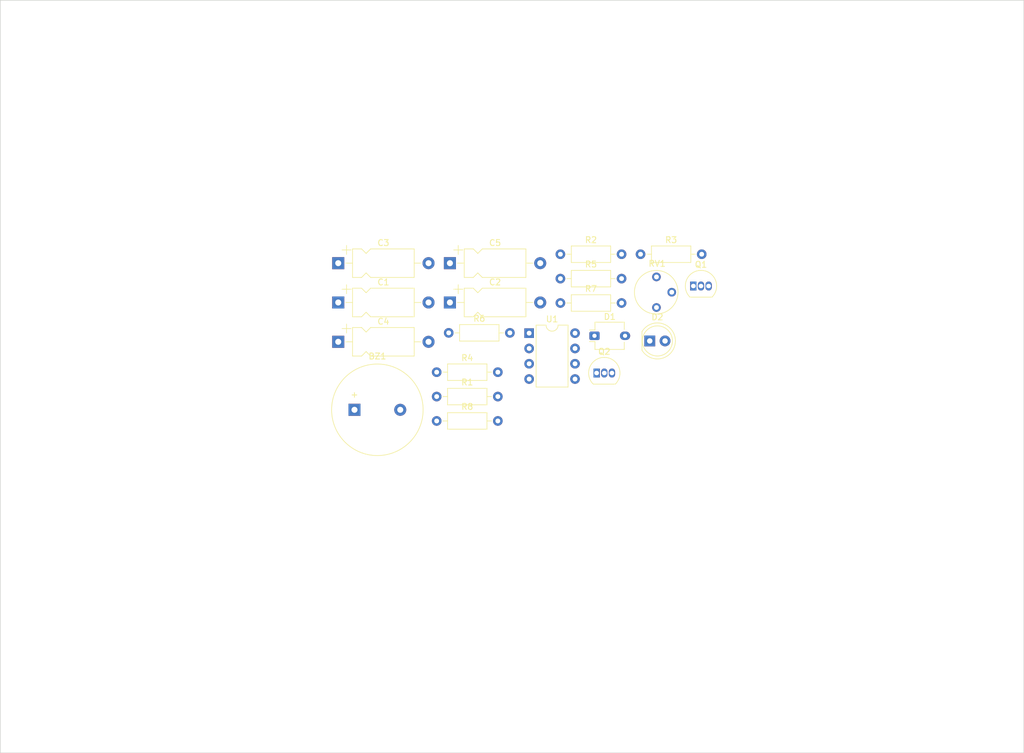
<source format=kicad_pcb>
(kicad_pcb (version 20211014) (generator pcbnew)
  (title_block (title "gammaray2usb") (date "2021-12-27") (rev "0.2x") (company "Fort Sand, Inc."))
  (layers (0 "F.Cu" signal) (31 "B.Cu" signal) (34 "B.Paste" user) (35 "F.Paste" user) (36 "B.SilkS" user "B.Silkscreen") (37 "F.SilkS" user "F.Silkscreen") (38 "B.Mask" user) (39 "F.Mask" user) (44 "Edge.Cuts" user))
  (net 0 "")
  (net 1 "Net-(BZ1-Pad1)")
  (net 2 "GND")
  (net 3 "Net-(C1-Pad1)")
  (net 4 "Net-(C2-Pad1)")
  (net 5 "+9V")
  (net 6 "Net-(C4-Pad1)")
  (net 7 "Net-(C5-Pad1)")
  (net 8 "Net-(D1-Pad2)")
  (net 9 "Net-(D2-Pad2)")
  (net 10 "Net-(Q1-Pad3)")
  (net 11 "Net-(Q2-Pad1)")
  (net 12 "Net-(R5-Pad1)")
  (net 13 "Net-(R6-Pad2)")
  (net 14 "Net-(R7-Pad1)")
  (net 15 "GNDREF")
  (footprint "Potentiometer_THT:Potentiometer_Vishay_T7-YA_Single_Vertical" (layer "F.Cu") (at 178.98379 86.02563)
    (fp_text reference "RV1" (at 0.11 -7.29) (layer "F.SilkS"))
    (fp_text value "250kΩ")
    (fp_circle (center -0.041 -2.54) (end 3.579 -2.54) (layer "F.SilkS") (width 0.12) (fill none))
    (pad "1" thru_hole circle locked (at 0 0) (size 1.44 1.44) (drill 0.8) (layers *.Cu *.Mask) (net 5 "+9V"))
    (pad "2" thru_hole circle locked (at 2.54 -2.54) (size 1.44 1.44) (drill 0.8) (layers *.Cu *.Mask) (net 14 "Net-(R7-Pad1)"))
    (pad "3" thru_hole circle locked (at 0 -5.08) (size 1.44 1.44) (drill 0.8) (layers *.Cu *.Mask) (net 2 "GND"))
  )
  (footprint "Resistor_THT:R_Axial_DIN0207_L6.3mm_D2.5mm_P10.16mm_Horizontal" (layer "F.Cu") (at 163.02779 77.17563)
    (fp_text reference "R2" (at 5.08 -2.37) (layer "F.SilkS"))
    (fp_text value "1.5M")
    (fp_line (start 9.12 0) (end 8.35 0) (layer "F.SilkS") (width 0.12))
    (fp_line (start 1.81 1.37) (end 8.35 1.37) (layer "F.SilkS") (width 0.12))
    (fp_line (start 1.81 -1.37) (end 1.81 1.37) (layer "F.SilkS") (width 0.12))
    (fp_line (start 1.04 0) (end 1.81 0) (layer "F.SilkS") (width 0.12))
    (fp_line (start 8.35 1.37) (end 8.35 -1.37) (layer "F.SilkS") (width 0.12))
    (fp_line (start 8.35 -1.37) (end 1.81 -1.37) (layer "F.SilkS") (width 0.12))
    (pad "1" thru_hole circle locked (at 0 0) (size 1.6 1.6) (drill 0.8) (layers *.Cu *.Mask) (net 3 "Net-(C1-Pad1)"))
    (pad "2" thru_hole oval locked (at 10.16 0) (size 1.6 1.6) (drill 0.8) (layers *.Cu *.Mask) (net 11 "Net-(Q2-Pad1)"))
  )
  (footprint "Resistor_THT:R_Axial_DIN0207_L6.3mm_D2.5mm_P10.16mm_Horizontal" (layer "F.Cu") (at 163.02779 81.22563)
    (fp_text reference "R5" (at 5.08 -2.37) (layer "F.SilkS"))
    (fp_text value "1k")
    (fp_line (start 9.12 0) (end 8.35 0) (layer "F.SilkS") (width 0.12))
    (fp_line (start 1.04 0) (end 1.81 0) (layer "F.SilkS") (width 0.12))
    (fp_line (start 1.81 1.37) (end 8.35 1.37) (layer "F.SilkS") (width 0.12))
    (fp_line (start 8.35 1.37) (end 8.35 -1.37) (layer "F.SilkS") (width 0.12))
    (fp_line (start 8.35 -1.37) (end 1.81 -1.37) (layer "F.SilkS") (width 0.12))
    (fp_line (start 1.81 -1.37) (end 1.81 1.37) (layer "F.SilkS") (width 0.12))
    (pad "1" thru_hole circle locked (at 0 0) (size 1.6 1.6) (drill 0.8) (layers *.Cu *.Mask) (net 12 "Net-(R5-Pad1)"))
    (pad "2" thru_hole oval locked (at 10.16 0) (size 1.6 1.6) (drill 0.8) (layers *.Cu *.Mask) (net 6 "Net-(C4-Pad1)"))
  )
  (footprint "Resistor_THT:R_Axial_DIN0207_L6.3mm_D2.5mm_P10.16mm_Horizontal" (layer "F.Cu") (at 142.47779 104.86563)
    (fp_text reference "R8" (at 5.08 -2.37) (layer "F.SilkS"))
    (fp_text value "1k")
    (fp_line (start 1.81 1.37) (end 8.35 1.37) (layer "F.SilkS") (width 0.12))
    (fp_line (start 1.81 -1.37) (end 1.81 1.37) (layer "F.SilkS") (width 0.12))
    (fp_line (start 8.35 -1.37) (end 1.81 -1.37) (layer "F.SilkS") (width 0.12))
    (fp_line (start 1.04 0) (end 1.81 0) (layer "F.SilkS") (width 0.12))
    (fp_line (start 8.35 1.37) (end 8.35 -1.37) (layer "F.SilkS") (width 0.12))
    (fp_line (start 9.12 0) (end 8.35 0) (layer "F.SilkS") (width 0.12))
    (pad "1" thru_hole circle locked (at 0 0) (size 1.6 1.6) (drill 0.8) (layers *.Cu *.Mask) (net 9 "Net-(D2-Pad2)"))
    (pad "2" thru_hole oval locked (at 10.16 0) (size 1.6 1.6) (drill 0.8) (layers *.Cu *.Mask) (net 1 "Net-(BZ1-Pad1)"))
  )
  (footprint "Capacitor_THT:CP_Axial_L10.0mm_D4.5mm_P15.00mm_Horizontal" (layer "F.Cu") (at 126.12779 85.19063)
    (fp_text reference "C1" (at 7.5 -3.37) (layer "F.SilkS"))
    (fp_text value "0.1µF")
    (fp_line (start 13.76 0) (end 12.62 0) (layer "F.SilkS") (width 0.12))
    (fp_line (start 2.38 2.37) (end 3.88 2.37) (layer "F.SilkS") (width 0.12))
    (fp_line (start 1.24 0) (end 2.38 0) (layer "F.SilkS") (width 0.12))
    (fp_line (start 3.88 2.37) (end 4.63 1.62) (layer "F.SilkS") (width 0.12))
    (fp_line (start 1.38 -2.95) (end 1.38 -1.45) (layer "F.SilkS") (width 0.12))
    (fp_line (start 5.38 -2.37) (end 12.62 -2.37) (layer "F.SilkS") (width 0.12))
    (fp_line (start 2.38 -2.37) (end 3.88 -2.37) (layer "F.SilkS") (width 0.12))
    (fp_line (start 2.38 -2.37) (end 2.38 2.37) (layer "F.SilkS") (width 0.12))
    (fp_line (start 4.63 1.62) (end 5.38 2.37) (layer "F.SilkS") (width 0.12))
    (fp_line (start 0.63 -2.2) (end 2.13 -2.2) (layer "F.SilkS") (width 0.12))
    (fp_line (start 3.88 -2.37) (end 4.63 -1.62) (layer "F.SilkS") (width 0.12))
    (fp_line (start 4.63 -1.62) (end 5.38 -2.37) (layer "F.SilkS") (width 0.12))
    (fp_line (start 12.62 -2.37) (end 12.62 2.37) (layer "F.SilkS") (width 0.12))
    (fp_line (start 5.38 2.37) (end 12.62 2.37) (layer "F.SilkS") (width 0.12))
    (pad "1" thru_hole rect locked (at 0 0) (size 2 2) (drill 1) (layers *.Cu *.Mask) (net 3 "Net-(C1-Pad1)"))
    (pad "2" thru_hole oval locked (at 15 0) (size 2 2) (drill 1) (layers *.Cu *.Mask) (net 2 "GND"))
  )
  (footprint "Resistor_THT:R_Axial_DIN0207_L6.3mm_D2.5mm_P10.16mm_Horizontal" (layer "F.Cu") (at 176.33779 77.17563)
    (fp_text reference "R3" (at 5.08 -2.37) (layer "F.SilkS"))
    (fp_text value "56k")
    (fp_line (start 8.35 -1.37) (end 1.81 -1.37) (layer "F.SilkS") (width 0.12))
    (fp_line (start 1.81 1.37) (end 8.35 1.37) (layer "F.SilkS") (width 0.12))
    (fp_line (start 8.35 1.37) (end 8.35 -1.37) (layer "F.SilkS") (width 0.12))
    (fp_line (start 1.04 0) (end 1.81 0) (layer "F.SilkS") (width 0.12))
    (fp_line (start 9.12 0) (end 8.35 0) (layer "F.SilkS") (width 0.12))
    (fp_line (start 1.81 -1.37) (end 1.81 1.37) (layer "F.SilkS") (width 0.12))
    (pad "1" thru_hole circle locked (at 0 0) (size 1.6 1.6) (drill 0.8) (layers *.Cu *.Mask) (net 11 "Net-(Q2-Pad1)"))
    (pad "2" thru_hole oval locked (at 10.16 0) (size 1.6 1.6) (drill 0.8) (layers *.Cu *.Mask) (net 10 "Net-(Q1-Pad3)"))
  )
  (footprint "Resistor_THT:R_Axial_DIN0207_L6.3mm_D2.5mm_P10.16mm_Horizontal" (layer "F.Cu") (at 144.47779 90.23563)
    (fp_text reference "R6" (at 5.08 -2.37) (layer "F.SilkS"))
    (fp_text value "1.5M")
    (fp_line (start 1.81 1.37) (end 8.35 1.37) (layer "F.SilkS") (width 0.12))
    (fp_line (start 8.35 -1.37) (end 1.81 -1.37) (layer "F.SilkS") (width 0.12))
    (fp_line (start 9.12 0) (end 8.35 0) (layer "F.SilkS") (width 0.12))
    (fp_line (start 1.81 -1.37) (end 1.81 1.37) (layer "F.SilkS") (width 0.12))
    (fp_line (start 8.35 1.37) (end 8.35 -1.37) (layer "F.SilkS") (width 0.12))
    (fp_line (start 1.04 0) (end 1.81 0) (layer "F.SilkS") (width 0.12))
    (pad "1" thru_hole circle locked (at 0 0) (size 1.6 1.6) (drill 0.8) (layers *.Cu *.Mask) (net 12 "Net-(R5-Pad1)"))
    (pad "2" thru_hole oval locked (at 10.16 0) (size 1.6 1.6) (drill 0.8) (layers *.Cu *.Mask) (net 13 "Net-(R6-Pad2)"))
  )
  (footprint "Package_TO_SOT_THT:TO-92_Inline" (layer "F.Cu") (at 185.10779 82.45563)
    (fp_text reference "Q1" (at 1.27 -3.56) (layer "F.SilkS"))
    (fp_text value "2N7000")
    (fp_line (start -0.53 1.85) (end 3.07 1.85) (layer "F.SilkS") (width 0.12))
    (fp_arc (start 1.27 -2.6) (mid 3.672087 -0.994977) (end 3.108478 1.838478) (layer "F.SilkS") (width 0.12))
    (fp_arc (start -0.568478 1.838478) (mid -1.132087 -0.994977) (end 1.27 -2.6) (layer "F.SilkS") (width 0.12))
    (pad "1" thru_hole rect locked (at 0 0) (size 1.05 1.5) (drill 0.75) (layers *.Cu *.Mask) (net 2 "GND"))
    (pad "2" thru_hole oval locked (at 1.27 0) (size 1.05 1.5) (drill 0.75) (layers *.Cu *.Mask) (net 8 "Net-(D1-Pad2)"))
    (pad "3" thru_hole oval locked (at 2.54 0) (size 1.05 1.5) (drill 0.75) (layers *.Cu *.Mask) (net 10 "Net-(Q1-Pad3)"))
  )
  (footprint "Package_DIP:DIP-8_W7.62mm" (layer "F.Cu") (at 157.83779 90.28563)
    (fp_text reference "U1" (at 3.81 -2.33) (layer "F.SilkS"))
    (fp_text value "LM358")
    (fp_line (start 6.46 -1.33) (end 4.81 -1.33) (layer "F.SilkS") (width 0.12))
    (fp_line (start 2.81 -1.33) (end 1.16 -1.33) (layer "F.SilkS") (width 0.12))
    (fp_line (start 1.16 8.95) (end 6.46 8.95) (layer "F.SilkS") (width 0.12))
    (fp_line (start 1.16 -1.33) (end 1.16 8.95) (layer "F.SilkS") (width 0.12))
    (fp_line (start 6.46 8.95) (end 6.46 -1.33) (layer "F.SilkS") (width 0.12))
    (fp_arc (start 4.81 -1.33) (mid 3.81 -0.33) (end 2.81 -1.33) (layer "F.SilkS") (width 0.12))
    (pad "1" thru_hole rect locked (at 0 0) (size 1.6 1.6) (drill 0.8) (layers *.Cu *.Mask) (net 13 "Net-(R6-Pad2)"))
    (pad "2" thru_hole oval locked (at 0 2.54) (size 1.6 1.6) (drill 0.8) (layers *.Cu *.Mask) (net 12 "Net-(R5-Pad1)"))
    (pad "3" thru_hole oval locked (at 0 5.08) (size 1.6 1.6) (drill 0.8) (layers *.Cu *.Mask) (net 10 "Net-(Q1-Pad3)"))
    (pad "4" thru_hole oval locked (at 0 7.62) (size 1.6 1.6) (drill 0.8) (layers *.Cu *.Mask) (net 15 "GNDREF"))
    (pad "5" thru_hole oval locked (at 7.62 7.62) (size 1.6 1.6) (drill 0.8) (layers *.Cu *.Mask) (net 7 "Net-(C5-Pad1)"))
    (pad "6" thru_hole oval locked (at 7.62 5.08) (size 1.6 1.6) (drill 0.8) (layers *.Cu *.Mask) (net 13 "Net-(R6-Pad2)"))
    (pad "7" thru_hole oval locked (at 7.62 2.54) (size 1.6 1.6) (drill 0.8) (layers *.Cu *.Mask) (net 1 "Net-(BZ1-Pad1)"))
    (pad "8" thru_hole oval locked (at 7.62 0) (size 1.6 1.6) (drill 0.8) (layers *.Cu *.Mask) (net 5 "+9V"))
  )
  (footprint "Resistor_THT:R_Axial_DIN0207_L6.3mm_D2.5mm_P10.16mm_Horizontal" (layer "F.Cu") (at 142.47779 100.81563)
    (fp_text reference "R1" (at 5.08 -2.37) (layer "F.SilkS"))
    (fp_text value "10M")
    (fp_line (start 9.12 0) (end 8.35 0) (layer "F.SilkS") (width 0.12))
    (fp_line (start 8.35 -1.37) (end 1.81 -1.37) (layer "F.SilkS") (width 0.12))
    (fp_line (start 8.35 1.37) (end 8.35 -1.37) (layer "F.SilkS") (width 0.12))
    (fp_line (start 1.81 -1.37) (end 1.81 1.37) (layer "F.SilkS") (width 0.12))
    (fp_line (start 1.04 0) (end 1.81 0) (layer "F.SilkS") (width 0.12))
    (fp_line (start 1.81 1.37) (end 8.35 1.37) (layer "F.SilkS") (width 0.12))
    (pad "1" thru_hole circle locked (at 0 0) (size 1.6 1.6) (drill 0.8) (layers *.Cu *.Mask) (net 8 "Net-(D1-Pad2)"))
    (pad "2" thru_hole oval locked (at 10.16 0) (size 1.6 1.6) (drill 0.8) (layers *.Cu *.Mask) (net 2 "GND"))
  )
  (footprint "Resistor_THT:R_Axial_DIN0207_L6.3mm_D2.5mm_P10.16mm_Horizontal" (layer "F.Cu") (at 163.02779 85.27563)
    (fp_text reference "R7" (at 5.08 -2.37) (layer "F.SilkS"))
    (fp_text value "1k")
    (fp_line (start 8.35 -1.37) (end 1.81 -1.37) (layer "F.SilkS") (width 0.12))
    (fp_line (start 9.12 0) (end 8.35 0) (layer "F.SilkS") (width 0.12))
    (fp_line (start 1.81 -1.37) (end 1.81 1.37) (layer "F.SilkS") (width 0.12))
    (fp_line (start 8.35 1.37) (end 8.35 -1.37) (layer "F.SilkS") (width 0.12))
    (fp_line (start 1.81 1.37) (end 8.35 1.37) (layer "F.SilkS") (width 0.12))
    (fp_line (start 1.04 0) (end 1.81 0) (layer "F.SilkS") (width 0.12))
    (pad "1" thru_hole circle locked (at 0 0) (size 1.6 1.6) (drill 0.8) (layers *.Cu *.Mask) (net 14 "Net-(R7-Pad1)"))
    (pad "2" thru_hole oval locked (at 10.16 0) (size 1.6 1.6) (drill 0.8) (layers *.Cu *.Mask) (net 7 "Net-(C5-Pad1)"))
  )
  (footprint "Buzzer_Beeper:Buzzer_15x7.5RM7.6" (layer "F.Cu") (at 128.82779 103.01563)
    (fp_text reference "BZ1" (at 3.81 -8.89) (layer "F.SilkS"))
    (fp_text value "Buzzer")
    (fp_text user "+" (at -0.01 -2.54) (layer "F.SilkS"))
    (fp_circle (center 3.8 0) (end 11.4 0) (layer "F.SilkS") (width 0.12) (fill none))
    (pad "1" thru_hole rect locked (at 0 0) (size 2 2) (drill 1) (layers *.Cu *.Mask) (net 1 "Net-(BZ1-Pad1)"))
    (pad "2" thru_hole circle locked (at 7.6 0) (size 2 2) (drill 1) (layers *.Cu *.Mask) (net 2 "GND"))
  )
  (footprint "Capacitor_THT:CP_Axial_L10.0mm_D4.5mm_P15.00mm_Horizontal" (layer "F.Cu") (at 144.67779 78.66063)
    (fp_text reference "C5" (at 7.5 -3.37) (layer "F.SilkS"))
    (fp_text value "0.01µF")
    (fp_line (start 1.38 -2.95) (end 1.38 -1.45) (layer "F.SilkS") (width 0.12))
    (fp_line (start 4.63 1.62) (end 5.38 2.37) (layer "F.SilkS") (width 0.12))
    (fp_line (start 3.88 2.37) (end 4.63 1.62) (layer "F.SilkS") (width 0.12))
    (fp_line (start 12.62 -2.37) (end 12.62 2.37) (layer "F.SilkS") (width 0.12))
    (fp_line (start 4.63 -1.62) (end 5.38 -2.37) (layer "F.SilkS") (width 0.12))
    (fp_line (start 2.38 -2.37) (end 3.88 -2.37) (layer "F.SilkS") (width 0.12))
    (fp_line (start 1.24 0) (end 2.38 0) (layer "F.SilkS") (width 0.12))
    (fp_line (start 13.76 0) (end 12.62 0) (layer "F.SilkS") (width 0.12))
    (fp_line (start 5.38 2.37) (end 12.62 2.37) (layer "F.SilkS") (width 0.12))
    (fp_line (start 2.38 -2.37) (end 2.38 2.37) (layer "F.SilkS") (width 0.12))
    (fp_line (start 2.38 2.37) (end 3.88 2.37) (layer "F.SilkS") (width 0.12))
    (fp_line (start 5.38 -2.37) (end 12.62 -2.37) (layer "F.SilkS") (width 0.12))
    (fp_line (start 0.63 -2.2) (end 2.13 -2.2) (layer "F.SilkS") (width 0.12))
    (fp_line (start 3.88 -2.37) (end 4.63 -1.62) (layer "F.SilkS") (width 0.12))
    (pad "1" thru_hole rect locked (at 0 0) (size 2 2) (drill 1) (layers *.Cu *.Mask) (net 7 "Net-(C5-Pad1)"))
    (pad "2" thru_hole oval locked (at 15 0) (size 2 2) (drill 1) (layers *.Cu *.Mask) (net 1 "Net-(BZ1-Pad1)"))
  )
  (footprint "Capacitor_THT:CP_Axial_L10.0mm_D4.5mm_P15.00mm_Horizontal" (layer "F.Cu") (at 126.12779 91.72063)
    (fp_text reference "C4" (at 7.5 -3.37) (layer "F.SilkS"))
    (fp_text value "20nF")
    (fp_line (start 12.62 -2.37) (end 12.62 2.37) (layer "F.SilkS") (width 0.12))
    (fp_line (start 3.88 2.37) (end 4.63 1.62) (layer "F.SilkS") (width 0.12))
    (fp_line (start 0.63 -2.2) (end 2.13 -2.2) (layer "F.SilkS") (width 0.12))
    (fp_line (start 4.63 1.62) (end 5.38 2.37) (layer "F.SilkS") (width 0.12))
    (fp_line (start 2.38 -2.37) (end 2.38 2.37) (layer "F.SilkS") (width 0.12))
    (fp_line (start 13.76 0) (end 12.62 0) (layer "F.SilkS") (width 0.12))
    (fp_line (start 5.38 2.37) (end 12.62 2.37) (layer "F.SilkS") (width 0.12))
    (fp_line (start 3.88 -2.37) (end 4.63 -1.62) (layer "F.SilkS") (width 0.12))
    (fp_line (start 2.38 -2.37) (end 3.88 -2.37) (layer "F.SilkS") (width 0.12))
    (fp_line (start 4.63 -1.62) (end 5.38 -2.37) (layer "F.SilkS") (width 0.12))
    (fp_line (start 2.38 2.37) (end 3.88 2.37) (layer "F.SilkS") (width 0.12))
    (fp_line (start 1.38 -2.95) (end 1.38 -1.45) (layer "F.SilkS") (width 0.12))
    (fp_line (start 1.24 0) (end 2.38 0) (layer "F.SilkS") (width 0.12))
    (fp_line (start 5.38 -2.37) (end 12.62 -2.37) (layer "F.SilkS") (width 0.12))
    (pad "1" thru_hole rect locked (at 0 0) (size 2 2) (drill 1) (layers *.Cu *.Mask) (net 6 "Net-(C4-Pad1)"))
    (pad "2" thru_hole oval locked (at 15 0) (size 2 2) (drill 1) (layers *.Cu *.Mask) (net 2 "GND"))
  )
  (footprint "Capacitor_THT:CP_Axial_L10.0mm_D4.5mm_P15.00mm_Horizontal" (layer "F.Cu") (at 126.12779 78.66063)
    (fp_text reference "C3" (at 7.5 -3.37) (layer "F.SilkS"))
    (fp_text value "0.1µF")
    (fp_line (start 1.24 0) (end 2.38 0) (layer "F.SilkS") (width 0.12))
    (fp_line (start 4.63 1.62) (end 5.38 2.37) (layer "F.SilkS") (width 0.12))
    (fp_line (start 12.62 -2.37) (end 12.62 2.37) (layer "F.SilkS") (width 0.12))
    (fp_line (start 3.88 2.37) (end 4.63 1.62) (layer "F.SilkS") (width 0.12))
    (fp_line (start 1.38 -2.95) (end 1.38 -1.45) (layer "F.SilkS") (width 0.12))
    (fp_line (start 13.76 0) (end 12.62 0) (layer "F.SilkS") (width 0.12))
    (fp_line (start 5.38 2.37) (end 12.62 2.37) (layer "F.SilkS") (width 0.12))
    (fp_line (start 2.38 2.37) (end 3.88 2.37) (layer "F.SilkS") (width 0.12))
    (fp_line (start 2.38 -2.37) (end 3.88 -2.37) (layer "F.SilkS") (width 0.12))
    (fp_line (start 4.63 -1.62) (end 5.38 -2.37) (layer "F.SilkS") (width 0.12))
    (fp_line (start 5.38 -2.37) (end 12.62 -2.37) (layer "F.SilkS") (width 0.12))
    (fp_line (start 0.63 -2.2) (end 2.13 -2.2) (layer "F.SilkS") (width 0.12))
    (fp_line (start 3.88 -2.37) (end 4.63 -1.62) (layer "F.SilkS") (width 0.12))
    (fp_line (start 2.38 -2.37) (end 2.38 2.37) (layer "F.SilkS") (width 0.12))
    (pad "1" thru_hole rect locked (at 0 0) (size 2 2) (drill 1) (layers *.Cu *.Mask) (net 5 "+9V"))
    (pad "2" thru_hole oval locked (at 15 0) (size 2 2) (drill 1) (layers *.Cu *.Mask) (net 2 "GND"))
  )
  (footprint "OptoDevice:Osram_DIL2_4.3x4.65mm_P5.08mm" (layer "F.Cu") (at 168.68779 90.72563)
    (fp_text reference "D1" (at 2.54 -3.17) (layer "F.SilkS"))
    (fp_text value "BPW34")
    (fp_line (start 0.08 -2.26) (end 4.95 -2.26) (layer "F.SilkS") (width 0.12))
    (fp_line (start 0.08 -0.96) (end -0.84 -0.96) (layer "F.SilkS") (width 0.12))
    (fp_line (start 0.08 -2.26) (end 0.08 -0.96) (layer "F.SilkS") (width 0.12))
    (fp_line (start 0.08 0.96) (end -0.84 0.96) (layer "F.SilkS") (width 0.12))
    (fp_line (start 0.08 0.96) (end 0.08 2.26) (layer "F.SilkS") (width 0.12))
    (fp_line (start 4.95 -2.26) (end 4.95 -1.06) (layer "F.SilkS") (width 0.12))
    (fp_line (start 4.95 1.06) (end 4.95 2.26) (layer "F.SilkS") (width 0.12))
    (fp_line (start 4.95 2.26) (end 0.08 2.26) (layer "F.SilkS") (width 0.12))
    (pad "1" thru_hole roundrect locked (at 0 0) (size 1.7 1.4) (drill 0.7) (layers *.Cu *.Mask) (roundrect_rratio 0.178) (net 3 "Net-(C1-Pad1)"))
    (pad "2" thru_hole oval locked (at 5.08 0) (size 1.7 1.4) (drill 0.7) (layers *.Cu *.Mask) (net 8 "Net-(D1-Pad2)"))
  )
  (footprint "LED_THT:LED_D5.0mm" (layer "F.Cu") (at 177.86779 91.57563)
    (fp_text reference "D2" (at 1.27 -3.96) (layer "F.SilkS"))
    (fp_text value "LED")
    (fp_line (start -1.29 -1.545) (end -1.29 1.545) (layer "F.SilkS") (width 0.12))
    (fp_arc (start -1.29 -1.54483) (mid 2.072002 -2.880433) (end 4.26 0.000462) (layer "F.SilkS") (width 0.12))
    (fp_arc (start 4.26 -0.000462) (mid 2.072002 2.880433) (end -1.29 1.54483) (layer "F.SilkS") (width 0.12))
    (fp_circle (center 1.27 0) (end 3.77 0) (layer "F.SilkS") (width 0.12) (fill none))
    (pad "1" thru_hole rect locked (at 0 0) (size 1.8 1.8) (drill 0.9) (layers *.Cu *.Mask) (net 2 "GND"))
    (pad "2" thru_hole circle locked (at 2.54 0) (size 1.8 1.8) (drill 0.9) (layers *.Cu *.Mask) (net 9 "Net-(D2-Pad2)"))
  )
  (footprint "Package_TO_SOT_THT:TO-92_Inline" (layer "F.Cu") (at 169.04779 96.90563)
    (fp_text reference "Q2" (at 1.27 -3.56) (layer "F.SilkS"))
    (fp_text value "2N3904")
    (fp_line (start -0.53 1.85) (end 3.07 1.85) (layer "F.SilkS") (width 0.12))
    (fp_arc (start 1.27 -2.6) (mid 3.672087 -0.994977) (end 3.108478 1.838478) (layer "F.SilkS") (width 0.12))
    (fp_arc (start -0.568478 1.838478) (mid -1.132087 -0.994977) (end 1.27 -2.6) (layer "F.SilkS") (width 0.12))
    (pad "1" thru_hole rect locked (at 0 0) (size 1.05 1.5) (drill 0.75) (layers *.Cu *.Mask) (net 11 "Net-(Q2-Pad1)"))
    (pad "2" thru_hole oval locked (at 1.27 0) (size 1.05 1.5) (drill 0.75) (layers *.Cu *.Mask) (net 4 "Net-(C2-Pad1)"))
    (pad "3" thru_hole oval locked (at 2.54 0) (size 1.05 1.5) (drill 0.75) (layers *.Cu *.Mask) (net 5 "+9V"))
  )
  (footprint "Resistor_THT:R_Axial_DIN0207_L6.3mm_D2.5mm_P10.16mm_Horizontal" (layer "F.Cu") (at 142.47779 96.76563)
    (fp_text reference "R4" (at 5.08 -2.37) (layer "F.SilkS"))
    (fp_text value "150k")
    (fp_line (start 8.35 1.37) (end 8.35 -1.37) (layer "F.SilkS") (width 0.12))
    (fp_line (start 1.81 1.37) (end 8.35 1.37) (layer "F.SilkS") (width 0.12))
    (fp_line (start 1.04 0) (end 1.81 0) (layer "F.SilkS") (width 0.12))
    (fp_line (start 8.35 -1.37) (end 1.81 -1.37) (layer "F.SilkS") (width 0.12))
    (fp_line (start 1.81 -1.37) (end 1.81 1.37) (layer "F.SilkS") (width 0.12))
    (fp_line (start 9.12 0) (end 8.35 0) (layer "F.SilkS") (width 0.12))
    (pad "1" thru_hole circle locked (at 0 0) (size 1.6 1.6) (drill 0.8) (layers *.Cu *.Mask) (net 5 "+9V"))
    (pad "2" thru_hole oval locked (at 10.16 0) (size 1.6 1.6) (drill 0.8) (layers *.Cu *.Mask) (net 4 "Net-(C2-Pad1)"))
  )
  (footprint "Capacitor_THT:CP_Axial_L10.0mm_D4.5mm_P15.00mm_Horizontal" (layer "F.Cu") (at 144.67779 85.19063)
    (fp_text reference "C2" (at 7.5 -3.37) (layer "F.SilkS"))
    (fp_text value "100 uF")
    (fp_line (start 2.38 -2.37) (end 3.88 -2.37) (layer "F.SilkS") (width 0.12))
    (fp_line (start 3.88 2.37) (end 4.63 1.62) (layer "F.SilkS") (width 0.12))
    (fp_line (start 1.38 -2.95) (end 1.38 -1.45) (layer "F.SilkS") (width 0.12))
    (fp_line (start 1.24 0) (end 2.38 0) (layer "F.SilkS") (width 0.12))
    (fp_line (start 13.76 0) (end 12.62 0) (layer "F.SilkS") (width 0.12))
    (fp_line (start 4.63 -1.62) (end 5.38 -2.37) (layer "F.SilkS") (width 0.12))
    (fp_line (start 2.38 -2.37) (end 2.38 2.37) (layer "F.SilkS") (width 0.12))
    (fp_line (start 2.38 2.37) (end 3.88 2.37) (layer "F.SilkS") (width 0.12))
    (fp_line (start 4.63 1.62) (end 5.38 2.37) (layer "F.SilkS") (width 0.12))
    (fp_line (start 5.38 2.37) (end 12.62 2.37) (layer "F.SilkS") (width 0.12))
    (fp_line (start 0.63 -2.2) (end 2.13 -2.2) (layer "F.SilkS") (width 0.12))
    (fp_line (start 12.62 -2.37) (end 12.62 2.37) (layer "F.SilkS") (width 0.12))
    (fp_line (start 5.38 -2.37) (end 12.62 -2.37) (layer "F.SilkS") (width 0.12))
    (fp_line (start 3.88 -2.37) (end 4.63 -1.62) (layer "F.SilkS") (width 0.12))
    (pad "1" thru_hole rect locked (at 0 0) (size 2 2) (drill 1) (layers *.Cu *.Mask) (net 4 "Net-(C2-Pad1)"))
    (pad "2" thru_hole oval locked (at 15 0) (size 2 2) (drill 1) (layers *.Cu *.Mask) (net 2 "GND"))
  )
  (gr_line (start 240 160) (end 70 160) (layer "Edge.Cuts") (width 0.1))
  (gr_line (start 70 35) (end 240 35) (layer "Edge.Cuts") (width 0.1))
  (gr_line (start 240 35) (end 240 160) (layer "Edge.Cuts") (width 0.1))
  (gr_line (start 70 160) (end 70 35) (layer "Edge.Cuts") (width 0.1))
)
</source>
